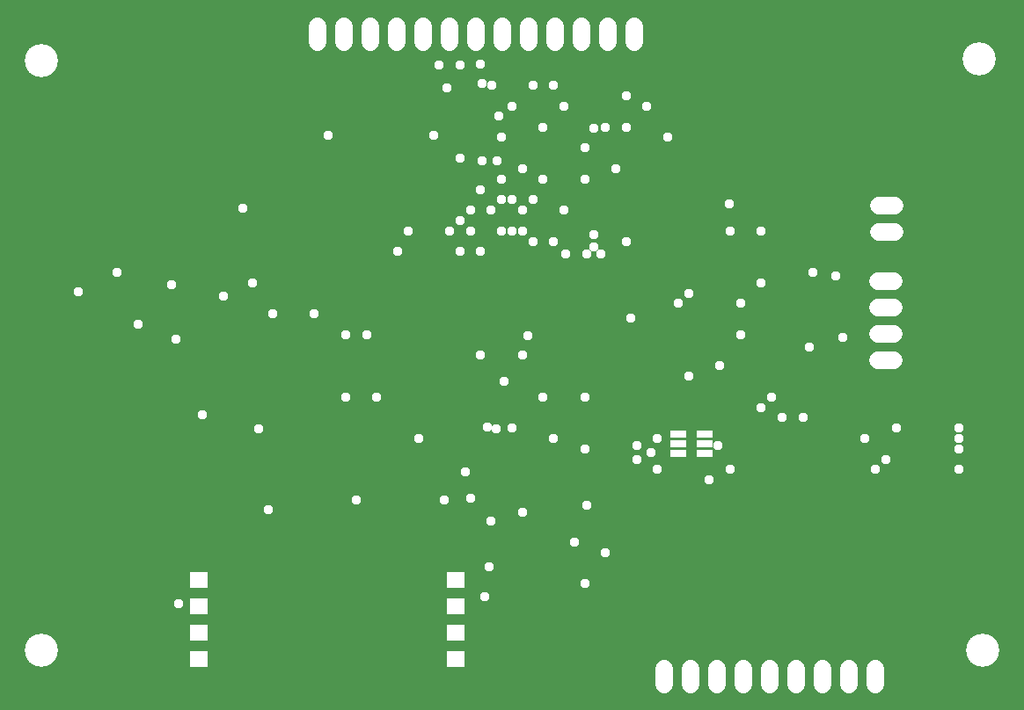
<source format=gbr>
G04 EAGLE Gerber RS-274X export*
G75*
%MOMM*%
%FSLAX34Y34*%
%LPD*%
%INSoldermask Bottom*%
%IPNEG*%
%AMOC8*
5,1,8,0,0,1.08239X$1,22.5*%
G01*
%ADD10R,1.703200X1.503200*%
%ADD11C,1.727200*%
%ADD12R,1.524000X0.762000*%
%ADD13C,3.203200*%
%ADD14C,0.959600*%


D10*
X465600Y57400D03*
X465600Y82800D03*
X465600Y108200D03*
X218600Y57400D03*
X218600Y82800D03*
X218600Y108200D03*
X465600Y133600D03*
X218600Y133600D03*
D11*
X638100Y652080D02*
X638100Y667320D01*
X612700Y667320D02*
X612700Y652080D01*
X587300Y652080D02*
X587300Y667320D01*
X561900Y667320D02*
X561900Y652080D01*
X536500Y652080D02*
X536500Y667320D01*
X511100Y667320D02*
X511100Y652080D01*
X485700Y652080D02*
X485700Y667320D01*
X460300Y667320D02*
X460300Y652080D01*
X434900Y652080D02*
X434900Y667320D01*
X409500Y667320D02*
X409500Y652080D01*
X384100Y652080D02*
X384100Y667320D01*
X358700Y667320D02*
X358700Y652080D01*
X333300Y652080D02*
X333300Y667320D01*
X873280Y469000D02*
X888520Y469000D01*
X888520Y494400D02*
X873280Y494400D01*
X869700Y48520D02*
X869700Y33280D01*
X844300Y33280D02*
X844300Y48520D01*
X818900Y48520D02*
X818900Y33280D01*
X793500Y33280D02*
X793500Y48520D01*
X768100Y48520D02*
X768100Y33280D01*
X742700Y33280D02*
X742700Y48520D01*
X717300Y48520D02*
X717300Y33280D01*
X691900Y33280D02*
X691900Y48520D01*
X666500Y48520D02*
X666500Y33280D01*
D12*
X679700Y255202D03*
X679700Y264600D03*
X679700Y273998D03*
X705100Y273998D03*
X705100Y264600D03*
X705100Y255202D03*
D11*
X872180Y421400D02*
X887420Y421400D01*
X887420Y396000D02*
X872180Y396000D01*
X872180Y370600D02*
X887420Y370600D01*
X887420Y345200D02*
X872180Y345200D01*
D13*
X973440Y65980D03*
X66820Y634460D03*
X67020Y65830D03*
X970000Y635400D03*
D14*
X160000Y380000D03*
X140000Y430000D03*
X342900Y562356D03*
X592074Y205740D03*
X630000Y600000D03*
X570000Y590000D03*
X493776Y117160D03*
X370332Y210312D03*
X480060Y212598D03*
X199456Y111158D03*
X660000Y270000D03*
X640000Y250000D03*
X590000Y310000D03*
X454914Y210312D03*
X530352Y198882D03*
X590000Y130000D03*
X610000Y160000D03*
X710000Y230000D03*
X660000Y240000D03*
X590000Y260000D03*
X430000Y270000D03*
X560000Y270000D03*
X505206Y278892D03*
X285750Y201168D03*
X550000Y310000D03*
X490000Y350000D03*
X530000Y350000D03*
X242316Y406908D03*
X192024Y418338D03*
X520000Y590000D03*
X540000Y610000D03*
X650000Y590000D03*
X560000Y610000D03*
X390000Y310000D03*
X330000Y390000D03*
X290000Y390000D03*
X270000Y420000D03*
X800000Y290000D03*
X720000Y340000D03*
X770000Y310000D03*
X860000Y270000D03*
X950000Y270000D03*
X806450Y358140D03*
X838200Y367030D03*
X780000Y290000D03*
X810000Y430000D03*
X740000Y370000D03*
X880189Y249811D03*
X950000Y260000D03*
X831850Y426720D03*
X760000Y300000D03*
X690000Y330000D03*
X890000Y280000D03*
X950000Y280000D03*
X730000Y470000D03*
X760000Y470000D03*
X550000Y570000D03*
X550000Y520000D03*
X540000Y500000D03*
X540000Y460000D03*
X505498Y537210D03*
X475488Y237744D03*
X496062Y281178D03*
X512064Y324612D03*
X630000Y570000D03*
X620000Y530000D03*
X610000Y570000D03*
X590000Y520000D03*
X570000Y490000D03*
X560000Y460000D03*
X491490Y537210D03*
X534924Y368902D03*
X590000Y550000D03*
X598730Y568730D03*
X500218Y610000D03*
X491130Y612156D03*
X470000Y630000D03*
X450000Y630000D03*
X520000Y470000D03*
X520000Y500000D03*
X510000Y560000D03*
X510000Y520000D03*
X500000Y490000D03*
X490000Y450000D03*
X470000Y480000D03*
X470000Y540000D03*
X510000Y470000D03*
X510000Y500000D03*
X480000Y490000D03*
X490000Y510000D03*
X444914Y562356D03*
X571500Y448056D03*
X457620Y607620D03*
X489657Y630343D03*
X598932Y466344D03*
X260604Y491490D03*
X196596Y365760D03*
X507492Y580644D03*
X470000Y450000D03*
X530000Y530000D03*
X102870Y411480D03*
X221742Y292608D03*
X592074Y448056D03*
X276606Y278892D03*
X498348Y146304D03*
X729234Y496062D03*
X360000Y370000D03*
X360000Y310000D03*
X420000Y470000D03*
X460000Y470000D03*
X580000Y170000D03*
X500000Y190000D03*
X520000Y280000D03*
X380000Y370000D03*
X670000Y560000D03*
X630000Y460000D03*
X760000Y420000D03*
X690000Y410000D03*
X740000Y400000D03*
X680000Y400000D03*
X730000Y240000D03*
X634475Y386031D03*
X605790Y448056D03*
X653796Y256032D03*
X950000Y240000D03*
X870000Y240000D03*
X717804Y262890D03*
X640080Y262890D03*
X598932Y454914D03*
X530000Y490000D03*
X530000Y470000D03*
X480000Y470000D03*
X410000Y450000D03*
M02*

</source>
